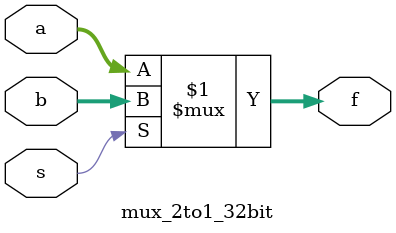
<source format=v>
module mux_2to1_32bit (a,b,s,f);
input [31:0] a,b; 
input s; 
output [31:0] f;
assign f = s ? b : a;
endmodule 
</source>
